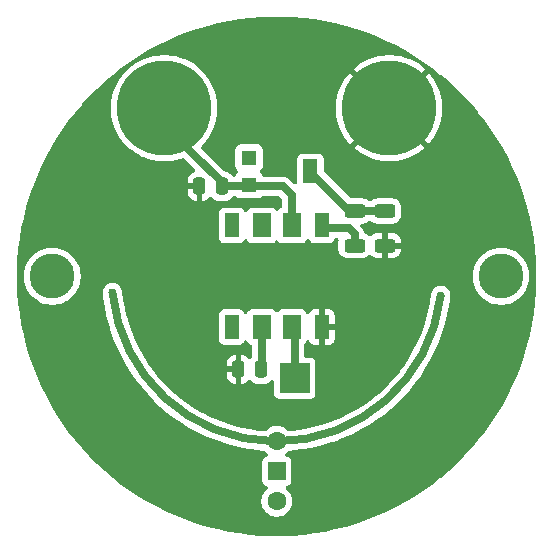
<source format=gbr>
%TF.GenerationSoftware,KiCad,Pcbnew,9.0.0*%
%TF.CreationDate,2025-07-13T02:11:52+05:30*%
%TF.ProjectId,REF03,52454630-332e-46b6-9963-61645f706362,rev?*%
%TF.SameCoordinates,Original*%
%TF.FileFunction,Copper,L1,Top*%
%TF.FilePolarity,Positive*%
%FSLAX46Y46*%
G04 Gerber Fmt 4.6, Leading zero omitted, Abs format (unit mm)*
G04 Created by KiCad (PCBNEW 9.0.0) date 2025-07-13 02:11:52*
%MOMM*%
%LPD*%
G01*
G04 APERTURE LIST*
G04 Aperture macros list*
%AMRoundRect*
0 Rectangle with rounded corners*
0 $1 Rounding radius*
0 $2 $3 $4 $5 $6 $7 $8 $9 X,Y pos of 4 corners*
0 Add a 4 corners polygon primitive as box body*
4,1,4,$2,$3,$4,$5,$6,$7,$8,$9,$2,$3,0*
0 Add four circle primitives for the rounded corners*
1,1,$1+$1,$2,$3*
1,1,$1+$1,$4,$5*
1,1,$1+$1,$6,$7*
1,1,$1+$1,$8,$9*
0 Add four rect primitives between the rounded corners*
20,1,$1+$1,$2,$3,$4,$5,0*
20,1,$1+$1,$4,$5,$6,$7,0*
20,1,$1+$1,$6,$7,$8,$9,0*
20,1,$1+$1,$8,$9,$2,$3,0*%
G04 Aperture macros list end*
%TA.AperFunction,Conductor*%
%ADD10C,0.635000*%
%TD*%
%TA.AperFunction,ComponentPad*%
%ADD11R,1.500000X1.500000*%
%TD*%
%TA.AperFunction,ComponentPad*%
%ADD12C,1.600000*%
%TD*%
%TA.AperFunction,SMDPad,CuDef*%
%ADD13RoundRect,0.250000X0.625000X-0.312500X0.625000X0.312500X-0.625000X0.312500X-0.625000X-0.312500X0*%
%TD*%
%TA.AperFunction,ComponentPad*%
%ADD14C,3.800000*%
%TD*%
%TA.AperFunction,SMDPad,CuDef*%
%ADD15RoundRect,0.250000X-0.250000X-0.475000X0.250000X-0.475000X0.250000X0.475000X-0.250000X0.475000X0*%
%TD*%
%TA.AperFunction,SMDPad,CuDef*%
%ADD16R,1.300000X1.300000*%
%TD*%
%TA.AperFunction,SMDPad,CuDef*%
%ADD17R,1.300000X2.000000*%
%TD*%
%TA.AperFunction,SMDPad,CuDef*%
%ADD18R,1.170000X2.000000*%
%TD*%
%TA.AperFunction,SMDPad,CuDef*%
%ADD19R,1.520000X2.000000*%
%TD*%
%TA.AperFunction,ComponentPad*%
%ADD20C,8.000000*%
%TD*%
%TA.AperFunction,SMDPad,CuDef*%
%ADD21R,2.500000X2.500000*%
%TD*%
%TA.AperFunction,ViaPad*%
%ADD22C,0.600000*%
%TD*%
%TA.AperFunction,Conductor*%
%ADD23C,0.254000*%
%TD*%
G04 APERTURE END LIST*
D10*
%TO.N,Net-(BT1-+)*%
X13883484Y-1633351D02*
G75*
G02*
X-13912532Y-1363973I-13883484J1633351D01*
G01*
%TD*%
D11*
%TO.P,SW1,1,A*%
%TO.N,+3V0*%
X0Y-16510000D03*
D12*
%TO.P,SW1,2,B*%
%TO.N,Net-(BT1-+)*%
X0Y-13970000D03*
%TO.P,SW1,3*%
%TO.N,N/C*%
X0Y-19050000D03*
%TD*%
D13*
%TO.P,R1,1*%
%TO.N,Net-(U2-TRIM)*%
X6604000Y2601500D03*
%TO.P,R1,2*%
%TO.N,Net-(R1-Pad2)*%
X6604000Y5526500D03*
%TD*%
D14*
%TO.P,H2,1*%
%TO.N,N/C*%
X19000000Y0D03*
%TD*%
D15*
%TO.P,C6,1*%
%TO.N,GND*%
X-6537999Y7620000D03*
%TO.P,C6,2*%
%TO.N,Net-(U2-VOUT)*%
X-4638001Y7620000D03*
%TD*%
D16*
%TO.P,R3,1*%
%TO.N,Net-(U2-VOUT)*%
X-2346000Y7740000D03*
D17*
%TO.P,R3,2*%
%TO.N,Net-(R1-Pad2)*%
X2854000Y8890000D03*
D16*
%TO.P,R3,3*%
%TO.N,N/C*%
X-2346000Y10040000D03*
%TD*%
D15*
%TO.P,C4,1*%
%TO.N,GND*%
X-3236000Y-7874000D03*
%TO.P,C4,2*%
%TO.N,/5p2 V*%
X-1336000Y-7874000D03*
%TD*%
D18*
%TO.P,U2,1,NC*%
%TO.N,unconnected-(U2-NC-Pad1)*%
X-3810000Y-4300000D03*
D19*
%TO.P,U2,2,VIN*%
%TO.N,/5p2 V*%
X-1270000Y-4300000D03*
%TO.P,U2,3,TEMP*%
%TO.N,Net-(U2-TEMP)*%
X1270000Y-4300000D03*
D18*
%TO.P,U2,4,GND*%
%TO.N,GND*%
X3810000Y-4300000D03*
%TO.P,U2,5,TRIM*%
%TO.N,Net-(U2-TRIM)*%
X3810000Y4300000D03*
D19*
%TO.P,U2,6,VOUT*%
%TO.N,Net-(U2-VOUT)*%
X1270000Y4300000D03*
%TO.P,U2,7,NC*%
%TO.N,unconnected-(U2-NC-Pad7)*%
X-1270000Y4300000D03*
D18*
%TO.P,U2,8,NC*%
%TO.N,unconnected-(U2-NC-Pad8)*%
X-3810000Y4300000D03*
%TD*%
D13*
%TO.P,R4,1*%
%TO.N,GND*%
X9144000Y2601500D03*
%TO.P,R4,2*%
%TO.N,Net-(R1-Pad2)*%
X9144000Y5526500D03*
%TD*%
D20*
%TO.P,TP4,1,1*%
%TO.N,GND*%
X9525000Y14224000D03*
%TD*%
%TO.P,TP1,1,1*%
%TO.N,Net-(U2-VOUT)*%
X-9525000Y14224000D03*
%TD*%
D14*
%TO.P,H1,1*%
%TO.N,N/C*%
X-19000000Y0D03*
%TD*%
D21*
%TO.P,TP2,1,1*%
%TO.N,Net-(U2-TEMP)*%
X1524000Y-8636000D03*
%TD*%
D22*
%TO.N,GND*%
X-1143000Y-127000D03*
X-5080000Y-16510000D03*
X1143000Y2286000D03*
X10922000Y-16256000D03*
X1143000Y-127000D03*
X9906000Y-16256000D03*
X-1143000Y2286000D03*
X0Y889000D03*
X-8128000Y-9652000D03*
%TO.N,Net-(BT1-+)*%
X-13912532Y-1363973D03*
X13883484Y-1633351D03*
%TO.N,/5p2 V*%
X-1270000Y-5842000D03*
X-1270000Y-6792000D03*
%TD*%
D10*
%TO.N,/5p2 V*%
X-1270000Y-7808000D02*
X-1270000Y-6792000D01*
X-1270000Y-5842000D02*
X-1270000Y-6792000D01*
D23*
X-1270000Y-4300000D02*
X-1270000Y-6792000D01*
D10*
X-1336000Y-7874000D02*
X-1270000Y-7808000D01*
X-1270000Y-5842000D02*
X-1270000Y-4300000D01*
%TO.N,Net-(U2-VOUT)*%
X-7500000Y10802000D02*
X-4318000Y7620000D01*
X508000Y7620000D02*
X1270000Y6858000D01*
X-4318000Y7620000D02*
X508000Y7620000D01*
X-7500000Y13462000D02*
X-7500000Y10802000D01*
X1270000Y6858000D02*
X1270000Y4300000D01*
%TO.N,Net-(U2-TRIM)*%
X4046000Y4064000D02*
X3810000Y4300000D01*
X6604000Y2601500D02*
X6604000Y3556000D01*
X6604000Y3556000D02*
X6096000Y4064000D01*
X6096000Y4064000D02*
X4046000Y4064000D01*
%TO.N,Net-(R1-Pad2)*%
X2854000Y8890000D02*
X2854000Y8830000D01*
X6604000Y5526500D02*
X9144000Y5526500D01*
X6157500Y5526500D02*
X7112000Y5526500D01*
X2854000Y8830000D02*
X6157500Y5526500D01*
%TO.N,Net-(U2-TEMP)*%
X1524000Y-4554000D02*
X1270000Y-4300000D01*
X1524000Y-8636000D02*
X1524000Y-4554000D01*
%TD*%
%TA.AperFunction,Conductor*%
%TO.N,GND*%
G36*
X457732Y21994674D02*
G01*
X1360139Y21957350D01*
X1366286Y21956968D01*
X2266347Y21882387D01*
X2272473Y21881752D01*
X3168707Y21770037D01*
X3174802Y21769149D01*
X4065649Y21620492D01*
X4071701Y21619353D01*
X4955639Y21434011D01*
X4961639Y21432623D01*
X5837166Y21210909D01*
X5843104Y21209274D01*
X6708724Y20951569D01*
X6714589Y20949690D01*
X7568815Y20656433D01*
X7574598Y20654313D01*
X8415977Y20326006D01*
X8421667Y20323649D01*
X9248764Y19960851D01*
X9254351Y19958261D01*
X10065723Y19561604D01*
X10071199Y19558786D01*
X10865527Y19128918D01*
X10870882Y19125875D01*
X11646743Y18663563D01*
X11651967Y18660302D01*
X12408060Y18166321D01*
X12413145Y18162846D01*
X13148186Y17638037D01*
X13153124Y17634356D01*
X13865840Y17079627D01*
X13870621Y17075744D01*
X14559826Y16492016D01*
X14564442Y16487940D01*
X15228913Y15876252D01*
X15233357Y15871988D01*
X15871988Y15233357D01*
X15876252Y15228913D01*
X16487940Y14564442D01*
X16492016Y14559826D01*
X17075744Y13870621D01*
X17079627Y13865840D01*
X17634356Y13153124D01*
X17638037Y13148186D01*
X18162846Y12413145D01*
X18166321Y12408060D01*
X18660302Y11651967D01*
X18663563Y11646743D01*
X19125875Y10870882D01*
X19128918Y10865527D01*
X19558786Y10071199D01*
X19561604Y10065723D01*
X19958261Y9254351D01*
X19960851Y9248764D01*
X20323649Y8421667D01*
X20326006Y8415977D01*
X20654313Y7574598D01*
X20656433Y7568815D01*
X20949690Y6714589D01*
X20951569Y6708724D01*
X21209274Y5843104D01*
X21210909Y5837166D01*
X21432623Y4961639D01*
X21434011Y4955639D01*
X21619353Y4071701D01*
X21620492Y4065649D01*
X21769149Y3174802D01*
X21770037Y3168707D01*
X21881752Y2272473D01*
X21882387Y2266347D01*
X21956968Y1366286D01*
X21957350Y1360139D01*
X21994674Y457731D01*
X21994801Y451574D01*
X21994801Y-451574D01*
X21994674Y-457731D01*
X21957350Y-1360139D01*
X21956968Y-1366286D01*
X21882387Y-2266347D01*
X21881752Y-2272473D01*
X21770037Y-3168707D01*
X21769149Y-3174802D01*
X21620492Y-4065649D01*
X21619353Y-4071701D01*
X21434011Y-4955639D01*
X21432623Y-4961639D01*
X21210909Y-5837166D01*
X21209274Y-5843104D01*
X20951569Y-6708724D01*
X20949690Y-6714589D01*
X20656433Y-7568815D01*
X20654313Y-7574598D01*
X20326006Y-8415977D01*
X20323649Y-8421667D01*
X19960851Y-9248764D01*
X19958261Y-9254351D01*
X19561604Y-10065723D01*
X19558786Y-10071199D01*
X19128918Y-10865527D01*
X19125875Y-10870882D01*
X18663563Y-11646743D01*
X18660302Y-11651967D01*
X18166321Y-12408060D01*
X18162846Y-12413145D01*
X17638037Y-13148186D01*
X17634356Y-13153124D01*
X17079627Y-13865840D01*
X17075744Y-13870621D01*
X16492016Y-14559826D01*
X16487940Y-14564442D01*
X15876252Y-15228913D01*
X15871988Y-15233357D01*
X15233357Y-15871988D01*
X15228913Y-15876252D01*
X14564442Y-16487940D01*
X14559826Y-16492016D01*
X13870621Y-17075744D01*
X13865840Y-17079627D01*
X13153124Y-17634356D01*
X13148186Y-17638037D01*
X12413145Y-18162846D01*
X12408060Y-18166321D01*
X11651967Y-18660302D01*
X11646743Y-18663563D01*
X10870882Y-19125875D01*
X10865527Y-19128918D01*
X10071199Y-19558786D01*
X10065723Y-19561604D01*
X9254351Y-19958261D01*
X9248764Y-19960851D01*
X8421667Y-20323649D01*
X8415977Y-20326006D01*
X7574598Y-20654313D01*
X7568815Y-20656433D01*
X6714589Y-20949690D01*
X6708724Y-20951569D01*
X5843104Y-21209274D01*
X5837166Y-21210909D01*
X4961639Y-21432623D01*
X4955639Y-21434011D01*
X4071701Y-21619353D01*
X4065649Y-21620492D01*
X3174802Y-21769149D01*
X3168707Y-21770037D01*
X2272473Y-21881752D01*
X2266347Y-21882387D01*
X1366286Y-21956968D01*
X1360139Y-21957350D01*
X457732Y-21994674D01*
X451575Y-21994801D01*
X-451575Y-21994801D01*
X-457732Y-21994674D01*
X-1360139Y-21957350D01*
X-1366286Y-21956968D01*
X-2266347Y-21882387D01*
X-2272473Y-21881752D01*
X-3168707Y-21770037D01*
X-3174802Y-21769149D01*
X-4065649Y-21620492D01*
X-4071701Y-21619353D01*
X-4955639Y-21434011D01*
X-4961639Y-21432623D01*
X-5837166Y-21210909D01*
X-5843104Y-21209274D01*
X-6708724Y-20951569D01*
X-6714589Y-20949690D01*
X-7568815Y-20656433D01*
X-7574598Y-20654313D01*
X-8415977Y-20326006D01*
X-8421667Y-20323649D01*
X-9248764Y-19960851D01*
X-9254351Y-19958261D01*
X-10065723Y-19561604D01*
X-10071199Y-19558786D01*
X-10865527Y-19128918D01*
X-10870882Y-19125875D01*
X-11646743Y-18663563D01*
X-11651967Y-18660302D01*
X-12408060Y-18166321D01*
X-12413145Y-18162846D01*
X-13148186Y-17638037D01*
X-13153124Y-17634356D01*
X-13865840Y-17079627D01*
X-13870621Y-17075744D01*
X-14559826Y-16492016D01*
X-14564442Y-16487940D01*
X-15228913Y-15876252D01*
X-15233357Y-15871988D01*
X-15871988Y-15233357D01*
X-15876252Y-15228913D01*
X-16487940Y-14564442D01*
X-16492016Y-14559826D01*
X-17075744Y-13870621D01*
X-17079627Y-13865840D01*
X-17634356Y-13153124D01*
X-17638037Y-13148186D01*
X-18162846Y-12413145D01*
X-18166321Y-12408060D01*
X-18660302Y-11651967D01*
X-18663563Y-11646743D01*
X-19125875Y-10870882D01*
X-19128918Y-10865527D01*
X-19558786Y-10071199D01*
X-19561604Y-10065723D01*
X-19958261Y-9254351D01*
X-19960851Y-9248764D01*
X-20323649Y-8421667D01*
X-20326006Y-8415977D01*
X-20654313Y-7574598D01*
X-20656433Y-7568815D01*
X-20949690Y-6714589D01*
X-20951569Y-6708724D01*
X-21209274Y-5843104D01*
X-21210909Y-5837166D01*
X-21432623Y-4961639D01*
X-21434011Y-4955639D01*
X-21619353Y-4071701D01*
X-21620492Y-4065649D01*
X-21769149Y-3174802D01*
X-21770037Y-3168707D01*
X-21881752Y-2272473D01*
X-21882387Y-2266347D01*
X-21956968Y-1366286D01*
X-21957350Y-1360139D01*
X-21994674Y-457731D01*
X-21994801Y-451574D01*
X-21994801Y134809D01*
X-21400500Y134809D01*
X-21400500Y-134809D01*
X-21370312Y-402732D01*
X-21310316Y-665591D01*
X-21221267Y-920079D01*
X-21104284Y-1162997D01*
X-20960838Y-1391289D01*
X-20792734Y-1602085D01*
X-20602085Y-1792734D01*
X-20391289Y-1960838D01*
X-20162997Y-2104284D01*
X-19920079Y-2221267D01*
X-19665591Y-2310316D01*
X-19402732Y-2370312D01*
X-19134809Y-2400500D01*
X-18865191Y-2400500D01*
X-18597268Y-2370312D01*
X-18448137Y-2336273D01*
X-18334417Y-2310318D01*
X-18334415Y-2310317D01*
X-18334409Y-2310316D01*
X-18079921Y-2221267D01*
X-17837003Y-2104284D01*
X-17760905Y-2056468D01*
X-17608713Y-1960840D01*
X-17548483Y-1912808D01*
X-17397915Y-1792734D01*
X-17207266Y-1602085D01*
X-17066476Y-1425540D01*
X-17039159Y-1391286D01*
X-17018383Y-1358221D01*
X-14735018Y-1358221D01*
X-14726629Y-1443786D01*
X-14726628Y-1443786D01*
X-14689582Y-1821954D01*
X-14576712Y-2573482D01*
X-14576711Y-2573485D01*
X-14576710Y-2573490D01*
X-14425426Y-3318195D01*
X-14425423Y-3318208D01*
X-14425419Y-3318226D01*
X-14236103Y-4054224D01*
X-14009261Y-4779535D01*
X-13745492Y-5492248D01*
X-13445492Y-6190484D01*
X-13110051Y-6872403D01*
X-12740053Y-7536206D01*
X-12336473Y-8180145D01*
X-11900376Y-8802522D01*
X-11432911Y-9401696D01*
X-10935310Y-9976089D01*
X-10408885Y-10524185D01*
X-9855022Y-11044541D01*
X-9855017Y-11044545D01*
X-9476562Y-11365175D01*
X-9275183Y-11535784D01*
X-8670896Y-11996621D01*
X-8043753Y-12425836D01*
X-7395407Y-12822297D01*
X-6727568Y-13184960D01*
X-6041996Y-13512869D01*
X-5340498Y-13805160D01*
X-4624923Y-14061061D01*
X-3897156Y-14279899D01*
X-3159118Y-14461097D01*
X-2412752Y-14604177D01*
X-2115845Y-14645429D01*
X-1660031Y-14708761D01*
X-1098738Y-14757553D01*
X-1026247Y-14783892D01*
X-996349Y-14813258D01*
X-995771Y-14812764D01*
X-991971Y-14817211D01*
X-991966Y-14817219D01*
X-847219Y-14961966D01*
X-796778Y-14998612D01*
X-748241Y-15058550D01*
X-736174Y-15134728D01*
X-763813Y-15206734D01*
X-823752Y-15255273D01*
X-850091Y-15264162D01*
X-857480Y-15265908D01*
X-992329Y-15316202D01*
X-992333Y-15316204D01*
X-1107544Y-15402452D01*
X-1107547Y-15402455D01*
X-1193795Y-15517666D01*
X-1193797Y-15517670D01*
X-1244091Y-15652517D01*
X-1250498Y-15712111D01*
X-1250500Y-15712127D01*
X-1250499Y-17307872D01*
X-1244091Y-17367483D01*
X-1193796Y-17502331D01*
X-1107546Y-17617546D01*
X-1049938Y-17660671D01*
X-992333Y-17703795D01*
X-992329Y-17703797D01*
X-962150Y-17715052D01*
X-857483Y-17754091D01*
X-857472Y-17754092D01*
X-850100Y-17755835D01*
X-782186Y-17792392D01*
X-741649Y-17858008D01*
X-739351Y-17935102D01*
X-775908Y-18003016D01*
X-796779Y-18021386D01*
X-847209Y-18058026D01*
X-847220Y-18058035D01*
X-991964Y-18202779D01*
X-991971Y-18202787D01*
X-1112285Y-18368387D01*
X-1112287Y-18368390D01*
X-1205220Y-18550781D01*
X-1268477Y-18745466D01*
X-1300500Y-18947648D01*
X-1300500Y-19152352D01*
X-1268477Y-19354534D01*
X-1205220Y-19549219D01*
X-1112287Y-19731610D01*
X-991966Y-19897219D01*
X-847219Y-20041966D01*
X-681610Y-20162287D01*
X-499219Y-20255220D01*
X-304534Y-20318477D01*
X-102352Y-20350500D01*
X-102347Y-20350500D01*
X102347Y-20350500D01*
X102352Y-20350500D01*
X304534Y-20318477D01*
X499219Y-20255220D01*
X681610Y-20162287D01*
X847219Y-20041966D01*
X991966Y-19897219D01*
X1112287Y-19731610D01*
X1205220Y-19549219D01*
X1268477Y-19354534D01*
X1300500Y-19152352D01*
X1300500Y-18947648D01*
X1268477Y-18745466D01*
X1205220Y-18550781D01*
X1112287Y-18368390D01*
X1112285Y-18368387D01*
X991971Y-18202787D01*
X991964Y-18202779D01*
X847220Y-18058035D01*
X847212Y-18058028D01*
X796779Y-18021387D01*
X748240Y-17961447D01*
X736174Y-17885269D01*
X763814Y-17813264D01*
X823754Y-17764725D01*
X850099Y-17755835D01*
X857471Y-17754092D01*
X857483Y-17754091D01*
X969613Y-17712269D01*
X992329Y-17703797D01*
X992333Y-17703795D01*
X1049938Y-17660671D01*
X1107546Y-17617546D01*
X1193796Y-17502331D01*
X1244091Y-17367483D01*
X1245823Y-17351370D01*
X1250499Y-17307885D01*
X1250499Y-17307882D01*
X1250500Y-17307873D01*
X1250499Y-15712128D01*
X1244091Y-15652517D01*
X1229588Y-15613633D01*
X1193797Y-15517670D01*
X1193795Y-15517666D01*
X1107547Y-15402455D01*
X1107544Y-15402452D01*
X992333Y-15316204D01*
X992329Y-15316202D01*
X857481Y-15265908D01*
X850092Y-15264162D01*
X782180Y-15227601D01*
X741646Y-15161983D01*
X739353Y-15084889D01*
X775914Y-15016977D01*
X796780Y-14998612D01*
X847212Y-14961971D01*
X847211Y-14961971D01*
X847219Y-14961966D01*
X991966Y-14817219D01*
X991971Y-14817211D01*
X995771Y-14812764D01*
X996701Y-14813558D01*
X1051585Y-14769098D01*
X1102188Y-14756543D01*
X1194322Y-14750330D01*
X1374626Y-14738173D01*
X1374634Y-14738171D01*
X1374649Y-14738171D01*
X2129260Y-14648194D01*
X2878259Y-14519607D01*
X3619670Y-14352747D01*
X3619675Y-14352745D01*
X3619682Y-14352744D01*
X3619688Y-14352742D01*
X3880113Y-14279905D01*
X4351541Y-14148054D01*
X5071941Y-13906069D01*
X5071976Y-13906055D01*
X5071985Y-13906052D01*
X5362493Y-13791562D01*
X5778973Y-13627429D01*
X6470771Y-13312868D01*
X7145514Y-12963217D01*
X7801421Y-12579395D01*
X8436765Y-12162415D01*
X9049870Y-11713377D01*
X9639121Y-11233463D01*
X10202964Y-10723939D01*
X10739913Y-10186148D01*
X11248553Y-9621508D01*
X11727542Y-9031506D01*
X12175620Y-8417698D01*
X12591603Y-7781701D01*
X12974382Y-7125218D01*
X12974383Y-7125218D01*
X12974387Y-7125209D01*
X12974397Y-7125193D01*
X13322991Y-6449904D01*
X13636467Y-5757613D01*
X13913999Y-5050146D01*
X14154855Y-4329368D01*
X14358400Y-3597177D01*
X14524099Y-2855505D01*
X14651513Y-2106306D01*
X14695881Y-1728927D01*
X14695883Y-1728927D01*
X14695882Y-1728916D01*
X14705927Y-1643541D01*
X14690073Y-1472323D01*
X14685753Y-1458446D01*
X14657067Y-1366286D01*
X14638968Y-1308142D01*
X14554844Y-1158175D01*
X14441378Y-1028975D01*
X14303530Y-926189D01*
X14303529Y-926188D01*
X14147324Y-854310D01*
X14147321Y-854309D01*
X13979588Y-816479D01*
X13893618Y-815413D01*
X13807649Y-814348D01*
X13807648Y-814348D01*
X13639028Y-848012D01*
X13600461Y-864613D01*
X13481087Y-916000D01*
X13481085Y-916000D01*
X13481083Y-916002D01*
X13340736Y-1015337D01*
X13224103Y-1141688D01*
X13136291Y-1289522D01*
X13136289Y-1289526D01*
X13081133Y-1452383D01*
X13081131Y-1452392D01*
X13071318Y-1535797D01*
X13070792Y-1539799D01*
X12969168Y-2239607D01*
X12967792Y-2247563D01*
X12828796Y-2938911D01*
X12826990Y-2946782D01*
X12650752Y-3629553D01*
X12648523Y-3637313D01*
X12435554Y-4309544D01*
X12432908Y-4317173D01*
X12183829Y-4976895D01*
X12180773Y-4984369D01*
X11896331Y-5629607D01*
X11892875Y-5636905D01*
X11573889Y-6265801D01*
X11570043Y-6272900D01*
X11217454Y-6883597D01*
X11213228Y-6890479D01*
X10828083Y-7481162D01*
X10823491Y-7487803D01*
X10406914Y-8056756D01*
X10401969Y-8063140D01*
X9955166Y-8608708D01*
X9949882Y-8614814D01*
X9474201Y-9135352D01*
X9468595Y-9141163D01*
X8965392Y-9635192D01*
X8959490Y-9640679D01*
X8626559Y-9933863D01*
X8430279Y-10106709D01*
X8424077Y-10111879D01*
X7870379Y-10548569D01*
X7863905Y-10553395D01*
X7287371Y-10959443D01*
X7280646Y-10963912D01*
X6682981Y-11338119D01*
X6676024Y-11342217D01*
X6058955Y-11683503D01*
X6051785Y-11687219D01*
X5417120Y-11994582D01*
X5409760Y-11997903D01*
X4759396Y-12270424D01*
X4751867Y-12273342D01*
X4087672Y-12510241D01*
X4079996Y-12512746D01*
X3403962Y-12713308D01*
X3396162Y-12715394D01*
X2710264Y-12879039D01*
X2702361Y-12880700D01*
X2008567Y-13006954D01*
X2000587Y-13008183D01*
X1301013Y-13096661D01*
X1292978Y-13097457D01*
X1056375Y-13114429D01*
X980637Y-13099848D01*
X940355Y-13071170D01*
X847220Y-12978035D01*
X847212Y-12978028D01*
X681612Y-12857714D01*
X499224Y-12764782D01*
X499220Y-12764780D01*
X499219Y-12764780D01*
X304534Y-12701523D01*
X102352Y-12669500D01*
X-102352Y-12669500D01*
X-304534Y-12701523D01*
X-499219Y-12764780D01*
X-499220Y-12764780D01*
X-499224Y-12764782D01*
X-681612Y-12857714D01*
X-847212Y-12978028D01*
X-847220Y-12978035D01*
X-940545Y-13071360D01*
X-1007340Y-13109924D01*
X-1059443Y-13114385D01*
X-1546583Y-13069937D01*
X-1554601Y-13068985D01*
X-2252326Y-12966966D01*
X-2260281Y-12965582D01*
X-2951473Y-12825911D01*
X-2959342Y-12824098D01*
X-3641966Y-12647184D01*
X-3649724Y-12644947D01*
X-4321741Y-12431321D01*
X-4329368Y-12428667D01*
X-4988835Y-12178945D01*
X-4996306Y-12175882D01*
X-5641273Y-11890803D01*
X-5648567Y-11887340D01*
X-6277157Y-11567735D01*
X-6284253Y-11563881D01*
X-6894582Y-11210704D01*
X-6901459Y-11206472D01*
X-7491774Y-10820744D01*
X-7498411Y-10816146D01*
X-8066956Y-10399009D01*
X-8073335Y-10394058D01*
X-8618464Y-9946721D01*
X-8624565Y-9941431D01*
X-9144647Y-9465232D01*
X-9150452Y-9459620D01*
X-9643977Y-8955942D01*
X-9649470Y-8950023D01*
X-10114978Y-8420355D01*
X-10120142Y-8414148D01*
X-10132086Y-8398973D01*
X-4235999Y-8398973D01*
X-4225505Y-8501696D01*
X-4170357Y-8668121D01*
X-4078319Y-8817340D01*
X-3954340Y-8941319D01*
X-3805121Y-9033357D01*
X-3638697Y-9088505D01*
X-3638688Y-9088507D01*
X-3535983Y-9098999D01*
X-3486000Y-9098999D01*
X-3486000Y-8124000D01*
X-4235999Y-8124000D01*
X-4235999Y-8398973D01*
X-10132086Y-8398973D01*
X-10324558Y-8154437D01*
X-10556273Y-7860042D01*
X-10561093Y-7853564D01*
X-10858147Y-7430907D01*
X-10858150Y-7430905D01*
X-10915701Y-7349020D01*
X-4236000Y-7349020D01*
X-4236000Y-7624000D01*
X-3486000Y-7624000D01*
X-3486000Y-6649000D01*
X-3535974Y-6649000D01*
X-3638696Y-6659494D01*
X-3805121Y-6714642D01*
X-3954340Y-6806680D01*
X-4078319Y-6930659D01*
X-4170357Y-7079878D01*
X-4225505Y-7246302D01*
X-4225507Y-7246311D01*
X-4235999Y-7349010D01*
X-4236000Y-7349020D01*
X-10915701Y-7349020D01*
X-10966583Y-7276623D01*
X-10971045Y-7269893D01*
X-11344668Y-6671857D01*
X-11348759Y-6664896D01*
X-11689443Y-6047486D01*
X-11693151Y-6040313D01*
X-11999885Y-5405360D01*
X-12003199Y-5397997D01*
X-12275084Y-4747367D01*
X-12277995Y-4739834D01*
X-12514241Y-4075408D01*
X-12516739Y-4067730D01*
X-12716642Y-3391489D01*
X-12718720Y-3383686D01*
X-12742739Y-3282572D01*
X-12749971Y-3252127D01*
X-4895500Y-3252127D01*
X-4895499Y-5347872D01*
X-4889091Y-5407483D01*
X-4868856Y-5461736D01*
X-4838797Y-5542329D01*
X-4838795Y-5542333D01*
X-4808169Y-5583243D01*
X-4752546Y-5657546D01*
X-4718274Y-5683202D01*
X-4637333Y-5743795D01*
X-4637329Y-5743797D01*
X-4582693Y-5764174D01*
X-4502483Y-5794091D01*
X-4486370Y-5795823D01*
X-4442885Y-5800499D01*
X-4442882Y-5800499D01*
X-4442873Y-5800500D01*
X-3177128Y-5800499D01*
X-3117517Y-5794091D01*
X-3070069Y-5776394D01*
X-2982670Y-5743797D01*
X-2982666Y-5743795D01*
X-2867455Y-5657547D01*
X-2867452Y-5657544D01*
X-2781204Y-5542333D01*
X-2781201Y-5542326D01*
X-2767104Y-5504531D01*
X-2722365Y-5441704D01*
X-2652206Y-5409665D01*
X-2575428Y-5416997D01*
X-2512601Y-5461736D01*
X-2487893Y-5504533D01*
X-2473796Y-5542330D01*
X-2473795Y-5542333D01*
X-2443169Y-5583243D01*
X-2387546Y-5657546D01*
X-2353274Y-5683202D01*
X-2272333Y-5743795D01*
X-2272329Y-5743797D01*
X-2184931Y-5776394D01*
X-2122104Y-5821132D01*
X-2090063Y-5891290D01*
X-2088000Y-5916000D01*
X-2088000Y-6777914D01*
X-2093077Y-6796861D01*
X-2093077Y-6816478D01*
X-2102884Y-6833465D01*
X-2107962Y-6852414D01*
X-2131641Y-6883273D01*
X-2180995Y-6932627D01*
X-2247790Y-6971191D01*
X-2324918Y-6971191D01*
X-2391713Y-6932627D01*
X-2517659Y-6806680D01*
X-2666878Y-6714642D01*
X-2833302Y-6659494D01*
X-2833311Y-6659492D01*
X-2936010Y-6649000D01*
X-2986000Y-6649000D01*
X-2986000Y-9098999D01*
X-2936026Y-9098999D01*
X-2833303Y-9088505D01*
X-2666878Y-9033357D01*
X-2517659Y-8941319D01*
X-2391713Y-8815373D01*
X-2324918Y-8776809D01*
X-2247790Y-8776809D01*
X-2180995Y-8815373D01*
X-2178712Y-8817655D01*
X-2178712Y-8817656D01*
X-2054656Y-8941712D01*
X-1905334Y-9033814D01*
X-1738797Y-9088999D01*
X-1636009Y-9099500D01*
X-1035992Y-9099499D01*
X-933203Y-9088999D01*
X-766666Y-9033814D01*
X-617344Y-8941712D01*
X-493288Y-8817656D01*
X-492378Y-8816505D01*
X-491434Y-8815802D01*
X-487151Y-8811519D01*
X-486523Y-8812146D01*
X-430512Y-8770447D01*
X-353906Y-8761492D01*
X-283085Y-8792040D01*
X-237027Y-8853906D01*
X-226499Y-8908916D01*
X-226499Y-9933872D01*
X-220091Y-9993483D01*
X-191105Y-10071199D01*
X-177861Y-10106709D01*
X-169796Y-10128331D01*
X-83546Y-10243546D01*
X-50679Y-10268149D01*
X31666Y-10329795D01*
X31670Y-10329797D01*
X166517Y-10380091D01*
X226114Y-10386499D01*
X226118Y-10386499D01*
X226127Y-10386500D01*
X2821872Y-10386499D01*
X2881483Y-10380091D01*
X2977447Y-10344298D01*
X3016329Y-10329797D01*
X3016333Y-10329795D01*
X3073938Y-10286671D01*
X3131546Y-10243546D01*
X3217796Y-10128331D01*
X3225861Y-10106709D01*
X3241147Y-10065723D01*
X3268091Y-9993483D01*
X3273394Y-9944163D01*
X3274499Y-9933885D01*
X3274499Y-9933882D01*
X3274500Y-9933873D01*
X3274499Y-7338128D01*
X3268091Y-7278517D01*
X3253588Y-7239633D01*
X3217797Y-7143670D01*
X3217795Y-7143666D01*
X3131547Y-7028455D01*
X3131544Y-7028452D01*
X3016333Y-6942204D01*
X3016329Y-6942202D01*
X2881482Y-6891908D01*
X2821885Y-6885500D01*
X2821873Y-6885500D01*
X2491000Y-6885500D01*
X2416500Y-6865538D01*
X2361962Y-6811000D01*
X2342000Y-6736500D01*
X2342000Y-5764810D01*
X2361962Y-5690310D01*
X2366336Y-5683202D01*
X2378888Y-5664026D01*
X2387546Y-5657546D01*
X2473796Y-5542331D01*
X2493981Y-5488210D01*
X2503102Y-5474278D01*
X2519859Y-5459299D01*
X2532896Y-5440992D01*
X2548124Y-5434036D01*
X2560608Y-5422879D01*
X2582610Y-5418286D01*
X2603053Y-5408950D01*
X2619718Y-5410540D01*
X2636108Y-5407120D01*
X2657457Y-5414143D01*
X2679832Y-5416279D01*
X2693470Y-5425990D01*
X2709374Y-5431222D01*
X2724352Y-5447979D01*
X2742660Y-5461016D01*
X2754805Y-5482051D01*
X2760773Y-5488728D01*
X2761969Y-5494458D01*
X2767371Y-5503814D01*
X2781647Y-5542088D01*
X2781650Y-5542094D01*
X2867809Y-5657187D01*
X2867812Y-5657190D01*
X2982905Y-5743349D01*
X2982915Y-5743354D01*
X3117623Y-5793598D01*
X3117621Y-5793598D01*
X3177157Y-5799998D01*
X3177177Y-5800000D01*
X3560000Y-5800000D01*
X4060000Y-5800000D01*
X4442823Y-5800000D01*
X4442842Y-5799998D01*
X4502377Y-5793598D01*
X4637084Y-5743354D01*
X4637094Y-5743349D01*
X4752187Y-5657190D01*
X4752190Y-5657187D01*
X4838349Y-5542094D01*
X4838354Y-5542084D01*
X4888598Y-5407377D01*
X4894998Y-5347842D01*
X4895000Y-5347822D01*
X4895000Y-4550000D01*
X4060000Y-4550000D01*
X4060000Y-5800000D01*
X3560000Y-5800000D01*
X3560000Y-4050000D01*
X4060000Y-4050000D01*
X4895000Y-4050000D01*
X4895000Y-3252177D01*
X4894998Y-3252157D01*
X4888598Y-3192622D01*
X4838354Y-3057915D01*
X4838349Y-3057905D01*
X4752190Y-2942812D01*
X4752187Y-2942809D01*
X4637094Y-2856650D01*
X4637084Y-2856645D01*
X4502376Y-2806401D01*
X4502378Y-2806401D01*
X4442842Y-2800001D01*
X4442823Y-2800000D01*
X4060000Y-2800000D01*
X4060000Y-4050000D01*
X3560000Y-4050000D01*
X3560000Y-2800000D01*
X3177177Y-2800000D01*
X3177157Y-2800001D01*
X3117622Y-2806401D01*
X2982915Y-2856645D01*
X2982905Y-2856650D01*
X2867812Y-2942809D01*
X2867809Y-2942812D01*
X2781650Y-3057905D01*
X2781644Y-3057915D01*
X2767370Y-3096186D01*
X2722631Y-3159012D01*
X2652472Y-3191050D01*
X2575693Y-3183717D01*
X2512867Y-3138978D01*
X2488160Y-3096183D01*
X2473796Y-3057669D01*
X2473795Y-3057667D01*
X2473795Y-3057666D01*
X2387547Y-2942455D01*
X2387544Y-2942452D01*
X2272333Y-2856204D01*
X2272329Y-2856202D01*
X2137482Y-2805908D01*
X2077876Y-2799500D01*
X462136Y-2799500D01*
X462111Y-2799502D01*
X402521Y-2805908D01*
X402515Y-2805909D01*
X267670Y-2856202D01*
X267666Y-2856204D01*
X152455Y-2942452D01*
X152452Y-2942455D01*
X119280Y-2986768D01*
X58653Y-3034445D01*
X-17690Y-3045421D01*
X-89293Y-3016755D01*
X-119280Y-2986768D01*
X-152452Y-2942455D01*
X-152455Y-2942452D01*
X-267666Y-2856204D01*
X-267670Y-2856202D01*
X-402517Y-2805908D01*
X-462123Y-2799500D01*
X-2077863Y-2799500D01*
X-2077888Y-2799502D01*
X-2137478Y-2805908D01*
X-2137484Y-2805909D01*
X-2272329Y-2856202D01*
X-2272333Y-2856204D01*
X-2387544Y-2942452D01*
X-2387547Y-2942455D01*
X-2473795Y-3057666D01*
X-2473796Y-3057668D01*
X-2487894Y-3095467D01*
X-2532633Y-3158294D01*
X-2602791Y-3190334D01*
X-2679570Y-3183003D01*
X-2742397Y-3138264D01*
X-2767106Y-3095467D01*
X-2781203Y-3057668D01*
X-2781204Y-3057666D01*
X-2867452Y-2942455D01*
X-2867455Y-2942452D01*
X-2982666Y-2856204D01*
X-2982670Y-2856202D01*
X-3117517Y-2805908D01*
X-3177123Y-2799500D01*
X-4442863Y-2799500D01*
X-4442888Y-2799502D01*
X-4502478Y-2805908D01*
X-4502484Y-2805909D01*
X-4637329Y-2856202D01*
X-4637333Y-2856204D01*
X-4752544Y-2942452D01*
X-4752547Y-2942455D01*
X-4838795Y-3057666D01*
X-4838797Y-3057670D01*
X-4881351Y-3171765D01*
X-4889091Y-3192517D01*
X-4895500Y-3252127D01*
X-12749971Y-3252127D01*
X-12881692Y-2697629D01*
X-12883345Y-2689724D01*
X-13008914Y-1995826D01*
X-13010136Y-1987845D01*
X-13098185Y-1286151D01*
X-13098633Y-1282139D01*
X-13106824Y-1198594D01*
X-13158813Y-1034693D01*
X-13158814Y-1034691D01*
X-13243745Y-885181D01*
X-13357906Y-756595D01*
X-13357910Y-756591D01*
X-13496303Y-654558D01*
X-13496310Y-654554D01*
X-13652898Y-583520D01*
X-13820841Y-546593D01*
X-13992778Y-545391D01*
X-13992787Y-545392D01*
X-14161219Y-579963D01*
X-14161224Y-579965D01*
X-14318793Y-648802D01*
X-14318797Y-648804D01*
X-14442660Y-737480D01*
X-14458608Y-748898D01*
X-14574556Y-875875D01*
X-14661571Y-1024183D01*
X-14707750Y-1162997D01*
X-14715849Y-1187344D01*
X-14727311Y-1289522D01*
X-14735018Y-1358221D01*
X-17018383Y-1358221D01*
X-16972825Y-1285715D01*
X-16895716Y-1162997D01*
X-16778735Y-920084D01*
X-16778732Y-920075D01*
X-16777306Y-916002D01*
X-16689684Y-665591D01*
X-16689683Y-665587D01*
X-16689681Y-665582D01*
X-16629687Y-402730D01*
X-16599500Y-134808D01*
X-16599500Y134808D01*
X16599500Y134808D01*
X16599500Y-134808D01*
X16629687Y-402730D01*
X16689681Y-665582D01*
X16689683Y-665587D01*
X16689684Y-665591D01*
X16777307Y-916002D01*
X16778732Y-920075D01*
X16778735Y-920084D01*
X16895716Y-1162997D01*
X17039159Y-1391286D01*
X17066476Y-1425540D01*
X17207266Y-1602085D01*
X17397915Y-1792734D01*
X17548483Y-1912808D01*
X17608713Y-1960840D01*
X17760905Y-2056468D01*
X17837003Y-2104284D01*
X18079921Y-2221267D01*
X18334409Y-2310316D01*
X18334415Y-2310317D01*
X18334417Y-2310318D01*
X18448137Y-2336273D01*
X18597268Y-2370312D01*
X18865191Y-2400500D01*
X19134809Y-2400500D01*
X19402732Y-2370312D01*
X19665591Y-2310316D01*
X19920079Y-2221267D01*
X20162997Y-2104284D01*
X20391289Y-1960838D01*
X20602085Y-1792734D01*
X20792734Y-1602085D01*
X20960838Y-1391289D01*
X21104284Y-1162997D01*
X21221267Y-920079D01*
X21310316Y-665591D01*
X21370312Y-402732D01*
X21400500Y-134809D01*
X21400500Y134809D01*
X21370312Y402732D01*
X21310316Y665591D01*
X21221267Y920079D01*
X21104284Y1162997D01*
X20960838Y1391289D01*
X20792734Y1602085D01*
X20602085Y1792734D01*
X20391289Y1960838D01*
X20162997Y2104284D01*
X19920079Y2221267D01*
X19665591Y2310316D01*
X19402732Y2370312D01*
X19134809Y2400500D01*
X18865191Y2400500D01*
X18597268Y2370312D01*
X18448137Y2336273D01*
X18334417Y2310318D01*
X18334415Y2310317D01*
X18334409Y2310316D01*
X18079921Y2221267D01*
X17837003Y2104284D01*
X17760905Y2056468D01*
X17608713Y1960840D01*
X17548483Y1912808D01*
X17397915Y1792734D01*
X17207266Y1602085D01*
X17156560Y1538501D01*
X17039159Y1391286D01*
X16895716Y1162997D01*
X16778735Y920084D01*
X16778732Y920075D01*
X16689683Y665587D01*
X16689681Y665582D01*
X16629687Y402730D01*
X16599500Y134808D01*
X-16599500Y134808D01*
X-16629687Y402730D01*
X-16689681Y665582D01*
X-16689683Y665587D01*
X-16778732Y920075D01*
X-16778735Y920084D01*
X-16895716Y1162997D01*
X-17039159Y1391286D01*
X-17156560Y1538501D01*
X-17207266Y1602085D01*
X-17397915Y1792734D01*
X-17548483Y1912808D01*
X-17608713Y1960840D01*
X-17760905Y2056468D01*
X-17837003Y2104284D01*
X-18079921Y2221267D01*
X-18334409Y2310316D01*
X-18334415Y2310317D01*
X-18334417Y2310318D01*
X-18448137Y2336273D01*
X-18597268Y2370312D01*
X-18865191Y2400500D01*
X-19134809Y2400500D01*
X-19402732Y2370312D01*
X-19665591Y2310316D01*
X-19920079Y2221267D01*
X-20162997Y2104284D01*
X-20391289Y1960838D01*
X-20602085Y1792734D01*
X-20792734Y1602085D01*
X-20960838Y1391289D01*
X-21104284Y1162997D01*
X-21221267Y920079D01*
X-21310316Y665591D01*
X-21370312Y402732D01*
X-21400500Y134809D01*
X-21994801Y134809D01*
X-21994801Y451574D01*
X-21994674Y457731D01*
X-21957350Y1360139D01*
X-21956968Y1366286D01*
X-21882387Y2266347D01*
X-21881752Y2272473D01*
X-21770037Y3168707D01*
X-21769149Y3174802D01*
X-21620492Y4065649D01*
X-21619353Y4071701D01*
X-21434011Y4955639D01*
X-21432623Y4961639D01*
X-21210909Y5837166D01*
X-21209274Y5843104D01*
X-20951569Y6708724D01*
X-20949690Y6714589D01*
X-20819086Y7095026D01*
X-7537998Y7095026D01*
X-7527504Y6992303D01*
X-7472356Y6825878D01*
X-7380318Y6676659D01*
X-7256339Y6552680D01*
X-7107120Y6460642D01*
X-6940696Y6405494D01*
X-6940687Y6405492D01*
X-6837988Y6395000D01*
X-6787999Y6395000D01*
X-6787999Y7370000D01*
X-7537998Y7370000D01*
X-7537998Y7095026D01*
X-20819086Y7095026D01*
X-20686890Y7480098D01*
X-20686890Y7480099D01*
X-20656433Y7568816D01*
X-20654313Y7574598D01*
X-20326006Y8415977D01*
X-20323649Y8421667D01*
X-19960851Y9248764D01*
X-19958261Y9254351D01*
X-19561604Y10065723D01*
X-19558786Y10071199D01*
X-19128918Y10865527D01*
X-19125875Y10870882D01*
X-18663563Y11646743D01*
X-18660302Y11651967D01*
X-18166321Y12408060D01*
X-18162846Y12413145D01*
X-17638037Y13148186D01*
X-17634356Y13153124D01*
X-17079627Y13865840D01*
X-17075744Y13870621D01*
X-16610023Y14420496D01*
X-14025500Y14420496D01*
X-14025500Y14027504D01*
X-13991249Y13636007D01*
X-13991246Y13635994D01*
X-13991246Y13635988D01*
X-13923027Y13249094D01*
X-13923007Y13248985D01*
X-13821293Y12869384D01*
X-13686881Y12500092D01*
X-13520796Y12143920D01*
X-13324300Y11803579D01*
X-13098889Y11481659D01*
X-13098884Y11481653D01*
X-12846279Y11180610D01*
X-12568389Y10902720D01*
X-12267817Y10650510D01*
X-12267341Y10650111D01*
X-11945421Y10424700D01*
X-11605080Y10228204D01*
X-11605073Y10228200D01*
X-11605070Y10228199D01*
X-11382472Y10124400D01*
X-11248908Y10062119D01*
X-11248902Y10062117D01*
X-11248898Y10062115D01*
X-10879625Y9927710D01*
X-10879620Y9927708D01*
X-10879616Y9927707D01*
X-10500015Y9825993D01*
X-10500011Y9825992D01*
X-10499994Y9825988D01*
X-10113011Y9757753D01*
X-10112979Y9757749D01*
X-9721496Y9723500D01*
X-9328503Y9723500D01*
X-8937020Y9757749D01*
X-8936988Y9757753D01*
X-8550005Y9825988D01*
X-8549985Y9825993D01*
X-8170377Y9927709D01*
X-8170375Y9927710D01*
X-7975229Y9998737D01*
X-7898394Y10005459D01*
X-7828492Y9972863D01*
X-7818909Y9964082D01*
X-6922705Y9067878D01*
X-6884142Y9001085D01*
X-6884142Y8923957D01*
X-6922706Y8857162D01*
X-6981198Y8821084D01*
X-7107119Y8779358D01*
X-7256339Y8687319D01*
X-7380318Y8563340D01*
X-7472356Y8414121D01*
X-7527504Y8247697D01*
X-7527506Y8247688D01*
X-7537998Y8144989D01*
X-7537999Y8144979D01*
X-7537999Y7870000D01*
X-6686999Y7870000D01*
X-6612499Y7850038D01*
X-6557961Y7795500D01*
X-6537999Y7721000D01*
X-6537999Y7620000D01*
X-6436999Y7620000D01*
X-6362499Y7600038D01*
X-6307961Y7545500D01*
X-6287999Y7471000D01*
X-6287999Y6395000D01*
X-6238024Y6395000D01*
X-6135302Y6405494D01*
X-5968877Y6460642D01*
X-5819658Y6552680D01*
X-5693713Y6678626D01*
X-5626918Y6717190D01*
X-5549790Y6717190D01*
X-5482995Y6678626D01*
X-5480714Y6676345D01*
X-5480713Y6676344D01*
X-5356657Y6552288D01*
X-5207335Y6460186D01*
X-5199093Y6457455D01*
X-5040799Y6405001D01*
X-5023666Y6403250D01*
X-4938010Y6394500D01*
X-4938005Y6394500D01*
X-4337997Y6394500D01*
X-4235203Y6405001D01*
X-4068667Y6460186D01*
X-3919344Y6552288D01*
X-3795288Y6676345D01*
X-3761441Y6731221D01*
X-3734911Y6756250D01*
X-3709124Y6782038D01*
X-3706965Y6782616D01*
X-3705340Y6784150D01*
X-3634624Y6802000D01*
X-3480192Y6802000D01*
X-3405692Y6782038D01*
X-3360913Y6742294D01*
X-3353548Y6732456D01*
X-3353544Y6732452D01*
X-3238333Y6646204D01*
X-3238329Y6646202D01*
X-3103482Y6595908D01*
X-3043886Y6589501D01*
X-3043878Y6589500D01*
X-3043873Y6589500D01*
X-3043867Y6589500D01*
X-1648136Y6589500D01*
X-1648111Y6589502D01*
X-1588521Y6595908D01*
X-1588515Y6595909D01*
X-1453670Y6646202D01*
X-1453666Y6646204D01*
X-1338455Y6732452D01*
X-1338451Y6732456D01*
X-1331087Y6742294D01*
X-1270460Y6789971D01*
X-1211808Y6802000D01*
X107455Y6802000D01*
X126403Y6796923D01*
X146019Y6796923D01*
X163006Y6787115D01*
X181955Y6782038D01*
X212814Y6758359D01*
X408359Y6562814D01*
X446923Y6496019D01*
X452000Y6457455D01*
X452000Y5916000D01*
X432038Y5841500D01*
X377500Y5786962D01*
X355069Y5776394D01*
X267670Y5743797D01*
X267666Y5743795D01*
X152455Y5657547D01*
X152454Y5657546D01*
X119281Y5613232D01*
X58654Y5565554D01*
X-17689Y5554578D01*
X-89292Y5583243D01*
X-119281Y5613232D01*
X-152454Y5657546D01*
X-152455Y5657547D01*
X-267666Y5743795D01*
X-267670Y5743797D01*
X-402517Y5794091D01*
X-462127Y5800500D01*
X-2077872Y5800499D01*
X-2137483Y5794091D01*
X-2233447Y5758298D01*
X-2272329Y5743797D01*
X-2272333Y5743795D01*
X-2329938Y5700671D01*
X-2387546Y5657546D01*
X-2387547Y5657544D01*
X-2473795Y5542333D01*
X-2473797Y5542329D01*
X-2487894Y5504533D01*
X-2532632Y5441706D01*
X-2602790Y5409665D01*
X-2679569Y5416996D01*
X-2742396Y5461734D01*
X-2767106Y5504533D01*
X-2781202Y5542329D01*
X-2781204Y5542333D01*
X-2867452Y5657544D01*
X-2867455Y5657547D01*
X-2982666Y5743795D01*
X-2982670Y5743797D01*
X-3117517Y5794091D01*
X-3177127Y5800500D01*
X-4442872Y5800499D01*
X-4502483Y5794091D01*
X-4598447Y5758298D01*
X-4637329Y5743797D01*
X-4637333Y5743795D01*
X-4694938Y5700671D01*
X-4752546Y5657546D01*
X-4752547Y5657544D01*
X-4838795Y5542333D01*
X-4838797Y5542329D01*
X-4859174Y5487693D01*
X-4889091Y5407483D01*
X-4895500Y5347873D01*
X-4895499Y3252128D01*
X-4889091Y3192517D01*
X-4885542Y3183002D01*
X-4838797Y3057670D01*
X-4838795Y3057666D01*
X-4752547Y2942455D01*
X-4752544Y2942452D01*
X-4637333Y2856204D01*
X-4637329Y2856202D01*
X-4502482Y2805908D01*
X-4442886Y2799501D01*
X-4442878Y2799500D01*
X-4442873Y2799500D01*
X-4442867Y2799500D01*
X-3177136Y2799500D01*
X-3177111Y2799502D01*
X-3117521Y2805908D01*
X-3117515Y2805909D01*
X-2982670Y2856202D01*
X-2982666Y2856204D01*
X-2867455Y2942452D01*
X-2867452Y2942455D01*
X-2781204Y3057666D01*
X-2781202Y3057671D01*
X-2767104Y3095469D01*
X-2722364Y3158295D01*
X-2652205Y3190334D01*
X-2575427Y3183002D01*
X-2512601Y3138262D01*
X-2487894Y3095467D01*
X-2473796Y3057669D01*
X-2473795Y3057668D01*
X-2473795Y3057666D01*
X-2387547Y2942455D01*
X-2387544Y2942452D01*
X-2272333Y2856204D01*
X-2272329Y2856202D01*
X-2137482Y2805908D01*
X-2077886Y2799501D01*
X-2077878Y2799500D01*
X-2077873Y2799500D01*
X-2077867Y2799500D01*
X-462136Y2799500D01*
X-462111Y2799502D01*
X-402521Y2805908D01*
X-402515Y2805909D01*
X-267670Y2856202D01*
X-267666Y2856204D01*
X-152455Y2942452D01*
X-152452Y2942455D01*
X-119280Y2986768D01*
X-58653Y3034445D01*
X17690Y3045421D01*
X89293Y3016755D01*
X119280Y2986768D01*
X152452Y2942455D01*
X152455Y2942452D01*
X267666Y2856204D01*
X267670Y2856202D01*
X402517Y2805908D01*
X462114Y2799501D01*
X462121Y2799500D01*
X462127Y2799500D01*
X462131Y2799500D01*
X462132Y2799500D01*
X2077863Y2799500D01*
X2077888Y2799502D01*
X2137478Y2805908D01*
X2137484Y2805909D01*
X2272329Y2856202D01*
X2272333Y2856204D01*
X2387544Y2942452D01*
X2387547Y2942455D01*
X2473795Y3057666D01*
X2473796Y3057668D01*
X2487894Y3095467D01*
X2532633Y3158294D01*
X2602791Y3190334D01*
X2679570Y3183003D01*
X2742397Y3138264D01*
X2767106Y3095467D01*
X2781203Y3057668D01*
X2781204Y3057666D01*
X2867452Y2942455D01*
X2867455Y2942452D01*
X2982666Y2856204D01*
X2982670Y2856202D01*
X3117517Y2805908D01*
X3177114Y2799501D01*
X3177121Y2799500D01*
X3177127Y2799500D01*
X3177131Y2799500D01*
X3177132Y2799500D01*
X4442863Y2799500D01*
X4442888Y2799502D01*
X4502478Y2805908D01*
X4502484Y2805909D01*
X4637329Y2856202D01*
X4637333Y2856204D01*
X4752544Y2942452D01*
X4752547Y2942455D01*
X4838795Y3057666D01*
X4838797Y3057670D01*
X4872886Y3149069D01*
X4880193Y3159330D01*
X4883454Y3171500D01*
X4902225Y3190271D01*
X4917624Y3211896D01*
X4929083Y3217129D01*
X4937992Y3226038D01*
X4963634Y3232908D01*
X4987782Y3243937D01*
X5012492Y3246000D01*
X5093090Y3246000D01*
X5167590Y3226038D01*
X5222128Y3171500D01*
X5242090Y3097000D01*
X5239751Y3074897D01*
X5239828Y3074890D01*
X5239001Y3066797D01*
X5228500Y2964009D01*
X5228500Y2964008D01*
X5228500Y2964004D01*
X5228500Y2238996D01*
X5239001Y2136202D01*
X5294186Y1969666D01*
X5386288Y1820343D01*
X5510343Y1696288D01*
X5659666Y1604186D01*
X5826201Y1549001D01*
X5860465Y1545500D01*
X5928991Y1538500D01*
X5928994Y1538500D01*
X5928995Y1538500D01*
X7279003Y1538500D01*
X7381797Y1549001D01*
X7383285Y1549494D01*
X7548334Y1604186D01*
X7697656Y1696288D01*
X7768994Y1767626D01*
X7835789Y1806190D01*
X7912917Y1806190D01*
X7979711Y1767627D01*
X8050658Y1696681D01*
X8050659Y1696680D01*
X8199878Y1604642D01*
X8366302Y1549494D01*
X8366311Y1549492D01*
X8469010Y1539000D01*
X8894000Y1539000D01*
X9394000Y1539000D01*
X9818973Y1539000D01*
X9921696Y1549494D01*
X10088121Y1604642D01*
X10237340Y1696680D01*
X10361319Y1820659D01*
X10453357Y1969878D01*
X10508505Y2136302D01*
X10508507Y2136311D01*
X10518999Y2239010D01*
X10519000Y2239020D01*
X10519000Y2351500D01*
X9394000Y2351500D01*
X9394000Y1539000D01*
X8894000Y1539000D01*
X8894000Y2851500D01*
X9394000Y2851500D01*
X10518999Y2851500D01*
X10518999Y2963973D01*
X10508505Y3066696D01*
X10453357Y3233121D01*
X10361319Y3382340D01*
X10237340Y3506319D01*
X10088121Y3598357D01*
X9921697Y3653505D01*
X9921688Y3653507D01*
X9818984Y3663999D01*
X9394000Y3663999D01*
X9394000Y2851500D01*
X8894000Y2851500D01*
X8894000Y3663999D01*
X8469026Y3663999D01*
X8366303Y3653505D01*
X8199878Y3598357D01*
X8050659Y3506319D01*
X7979713Y3435373D01*
X7912918Y3396809D01*
X7835790Y3396809D01*
X7768995Y3435373D01*
X7697656Y3506712D01*
X7548334Y3598814D01*
X7503468Y3613680D01*
X7478688Y3629978D01*
X7452086Y3643100D01*
X7448014Y3650152D01*
X7439030Y3656062D01*
X7409241Y3707233D01*
X7406105Y3716471D01*
X7390565Y3794602D01*
X7329827Y3941233D01*
X7329242Y3942959D01*
X7328902Y3943468D01*
X7328902Y3943469D01*
X7239382Y4077445D01*
X7107682Y4209143D01*
X7069120Y4275935D01*
X7069120Y4353063D01*
X7107683Y4419858D01*
X7174478Y4458423D01*
X7213041Y4463500D01*
X7279003Y4463500D01*
X7381797Y4474001D01*
X7548334Y4529186D01*
X7697656Y4621288D01*
X7741227Y4664859D01*
X7758214Y4674666D01*
X7772086Y4688538D01*
X7791034Y4693615D01*
X7808022Y4703423D01*
X7846586Y4708500D01*
X7901414Y4708500D01*
X7975914Y4688538D01*
X8006773Y4664859D01*
X8050343Y4621288D01*
X8199666Y4529186D01*
X8366201Y4474001D01*
X8400465Y4470500D01*
X8468991Y4463500D01*
X8468994Y4463500D01*
X8468995Y4463500D01*
X9819003Y4463500D01*
X9921797Y4474001D01*
X10088334Y4529186D01*
X10237656Y4621288D01*
X10361712Y4745344D01*
X10453814Y4894666D01*
X10508999Y5061203D01*
X10519500Y5163991D01*
X10519499Y5889008D01*
X10508999Y5991797D01*
X10453814Y6158334D01*
X10361712Y6307656D01*
X10237656Y6431712D01*
X10088334Y6523814D01*
X9921797Y6578999D01*
X9819009Y6589500D01*
X8468992Y6589499D01*
X8366203Y6578999D01*
X8199666Y6523814D01*
X8050344Y6431712D01*
X8050343Y6431711D01*
X8006773Y6388141D01*
X7989785Y6378333D01*
X7975914Y6364462D01*
X7956965Y6359384D01*
X7939978Y6349577D01*
X7901414Y6344500D01*
X7846586Y6344500D01*
X7772086Y6364462D01*
X7741227Y6388141D01*
X7723874Y6405494D01*
X7697656Y6431712D01*
X7548334Y6523814D01*
X7381797Y6578999D01*
X7279009Y6589500D01*
X6313042Y6589499D01*
X6238543Y6609461D01*
X6207688Y6633136D01*
X4048138Y8792687D01*
X4009576Y8859480D01*
X4004499Y8898044D01*
X4004499Y9937863D01*
X4004499Y9937872D01*
X3998091Y9997483D01*
X3947796Y10132331D01*
X3861546Y10247546D01*
X3803938Y10290671D01*
X3746333Y10333795D01*
X3746329Y10333797D01*
X3691693Y10354174D01*
X3611483Y10384091D01*
X3551873Y10390500D01*
X2156128Y10390499D01*
X2096517Y10384091D01*
X2057633Y10369588D01*
X1961670Y10333797D01*
X1961666Y10333795D01*
X1846455Y10247547D01*
X1846452Y10247544D01*
X1760204Y10132333D01*
X1760202Y10132329D01*
X1709908Y9997482D01*
X1703500Y9937885D01*
X1703500Y7941042D01*
X1683538Y7866542D01*
X1629000Y7812004D01*
X1554500Y7792042D01*
X1480000Y7812004D01*
X1449149Y7835676D01*
X1029445Y8255382D01*
X895468Y8344903D01*
X821035Y8375733D01*
X746602Y8406565D01*
X588566Y8438000D01*
X-1076270Y8438000D01*
X-1150770Y8457962D01*
X-1205308Y8512500D01*
X-1215876Y8534931D01*
X-1252202Y8632329D01*
X-1252204Y8632333D01*
X-1338452Y8747544D01*
X-1338453Y8747545D01*
X-1338456Y8747547D01*
X-1369410Y8770720D01*
X-1369411Y8770721D01*
X-1417087Y8831349D01*
X-1428062Y8907692D01*
X-1399395Y8979295D01*
X-1369411Y9009279D01*
X-1338453Y9032454D01*
X-1338452Y9032455D01*
X-1252204Y9147666D01*
X-1252202Y9147670D01*
X-1201908Y9282517D01*
X-1195500Y9342114D01*
X-1195500Y10737863D01*
X-1195502Y10737888D01*
X-1201908Y10797478D01*
X-1201909Y10797484D01*
X-1231001Y10875484D01*
X-1252202Y10932329D01*
X-1252204Y10932333D01*
X-1338452Y11047544D01*
X-1338455Y11047547D01*
X-1453666Y11133795D01*
X-1453670Y11133797D01*
X-1588517Y11184091D01*
X-1648127Y11190500D01*
X-3043872Y11190499D01*
X-3103483Y11184091D01*
X-3199447Y11148298D01*
X-3238329Y11133797D01*
X-3238333Y11133795D01*
X-3295938Y11090671D01*
X-3353546Y11047546D01*
X-3353547Y11047544D01*
X-3439795Y10932333D01*
X-3439797Y10932329D01*
X-3450840Y10902720D01*
X-3490091Y10797483D01*
X-3491823Y10781370D01*
X-3496498Y10737888D01*
X-3496500Y10737873D01*
X-3496499Y9342128D01*
X-3490091Y9282517D01*
X-3477502Y9248764D01*
X-3439797Y9147670D01*
X-3439795Y9147666D01*
X-3353547Y9032455D01*
X-3353544Y9032452D01*
X-3322590Y9009280D01*
X-3274913Y8948653D01*
X-3263937Y8872310D01*
X-3292603Y8800707D01*
X-3322590Y8770720D01*
X-3353546Y8747546D01*
X-3353547Y8747544D01*
X-3439795Y8632333D01*
X-3439797Y8632329D01*
X-3476124Y8534931D01*
X-3483431Y8524669D01*
X-3486692Y8512500D01*
X-3505463Y8493728D01*
X-3520862Y8472104D01*
X-3532321Y8466870D01*
X-3541230Y8457962D01*
X-3566872Y8451091D01*
X-3591020Y8440063D01*
X-3615730Y8438000D01*
X-3634624Y8438000D01*
X-3709124Y8457962D01*
X-3761441Y8508779D01*
X-3777572Y8534931D01*
X-3795289Y8563656D01*
X-3919345Y8687712D01*
X-4068667Y8779814D01*
X-4235204Y8834999D01*
X-4337992Y8845500D01*
X-4337999Y8845499D01*
X-4339478Y8845651D01*
X-4411564Y8873081D01*
X-4429695Y8888521D01*
X-6357393Y10816219D01*
X-6395957Y10883014D01*
X-6395957Y10960142D01*
X-6357393Y11026937D01*
X-6203720Y11180610D01*
X-5951115Y11481653D01*
X-5951107Y11481664D01*
X-5725698Y11803582D01*
X-5529199Y12143929D01*
X-5363122Y12500085D01*
X-5363115Y12500101D01*
X-5228710Y12869374D01*
X-5228707Y12869384D01*
X-5126993Y13248985D01*
X-5126988Y13249005D01*
X-5058753Y13635988D01*
X-5058749Y13636020D01*
X-5024500Y14027503D01*
X-5024500Y14420474D01*
X5025000Y14420474D01*
X5025000Y14027525D01*
X5059246Y13636086D01*
X5059250Y13636059D01*
X5127479Y13249110D01*
X5127483Y13249094D01*
X5229183Y12869537D01*
X5363581Y12500283D01*
X5363583Y12500278D01*
X5529644Y12144161D01*
X5726121Y11803851D01*
X5951510Y11481962D01*
X6169553Y11222107D01*
X7945079Y12997633D01*
X8018094Y12902479D01*
X8203479Y12717094D01*
X8298633Y12644079D01*
X6523107Y10868553D01*
X6782962Y10650510D01*
X7104851Y10425121D01*
X7445161Y10228644D01*
X7801278Y10062583D01*
X7801283Y10062581D01*
X8170537Y9928183D01*
X8550094Y9826483D01*
X8550110Y9826479D01*
X8937059Y9758250D01*
X8937086Y9758246D01*
X9328525Y9724000D01*
X9721474Y9724000D01*
X10112913Y9758246D01*
X10112940Y9758250D01*
X10499889Y9826479D01*
X10499905Y9826483D01*
X10879462Y9928183D01*
X11248716Y10062581D01*
X11248721Y10062583D01*
X11604838Y10228644D01*
X11945148Y10425121D01*
X12267043Y10650514D01*
X12526891Y10868552D01*
X12526891Y10868553D01*
X10751365Y12644079D01*
X10846521Y12717094D01*
X11031906Y12902479D01*
X11104919Y12997632D01*
X12880445Y11222107D01*
X12880446Y11222107D01*
X13098485Y11481956D01*
X13323878Y11803851D01*
X13520355Y12144161D01*
X13686416Y12500278D01*
X13686418Y12500283D01*
X13820816Y12869537D01*
X13922516Y13249094D01*
X13922520Y13249110D01*
X13990749Y13636059D01*
X13990753Y13636086D01*
X14024999Y14027525D01*
X14025000Y14027535D01*
X14025000Y14420465D01*
X14024999Y14420474D01*
X13990753Y14811913D01*
X13990749Y14811940D01*
X13922520Y15198889D01*
X13922516Y15198905D01*
X13820816Y15578462D01*
X13686418Y15947716D01*
X13686416Y15947721D01*
X13520355Y16303838D01*
X13323878Y16644148D01*
X13098494Y16966030D01*
X13098486Y16966041D01*
X12880445Y17225891D01*
X11104920Y15450366D01*
X11031906Y15545521D01*
X10846521Y15730906D01*
X10751366Y15803920D01*
X12526891Y17579445D01*
X12267041Y17797486D01*
X12267030Y17797494D01*
X11945148Y18022878D01*
X11604838Y18219355D01*
X11248721Y18385416D01*
X11248716Y18385418D01*
X10879462Y18519816D01*
X10499905Y18621516D01*
X10499889Y18621520D01*
X10112940Y18689749D01*
X10112913Y18689753D01*
X9721474Y18723999D01*
X9721465Y18724000D01*
X9328535Y18724000D01*
X9328525Y18723999D01*
X8937086Y18689753D01*
X8937059Y18689749D01*
X8550110Y18621520D01*
X8550094Y18621516D01*
X8170537Y18519816D01*
X7801283Y18385418D01*
X7801278Y18385416D01*
X7445161Y18219355D01*
X7104851Y18022878D01*
X6782956Y17797485D01*
X6523107Y17579446D01*
X6523107Y17579445D01*
X8298633Y15803920D01*
X8203479Y15730906D01*
X8018094Y15545521D01*
X7945078Y15450365D01*
X6169553Y17225891D01*
X6169552Y17225891D01*
X5951514Y16966043D01*
X5726121Y16644148D01*
X5529644Y16303838D01*
X5363583Y15947721D01*
X5363581Y15947716D01*
X5229183Y15578462D01*
X5127483Y15198905D01*
X5127479Y15198889D01*
X5059250Y14811940D01*
X5059246Y14811913D01*
X5025000Y14420474D01*
X-5024500Y14420474D01*
X-5024500Y14420496D01*
X-5058749Y14811979D01*
X-5058753Y14812011D01*
X-5126988Y15198994D01*
X-5126993Y15199014D01*
X-5135611Y15231179D01*
X-5228707Y15578616D01*
X-5337038Y15876252D01*
X-5363115Y15947898D01*
X-5363122Y15947914D01*
X-5529199Y16304070D01*
X-5529200Y16304073D01*
X-5529204Y16304080D01*
X-5725700Y16644421D01*
X-5951111Y16966341D01*
X-6203722Y17267391D01*
X-6481609Y17545278D01*
X-6522328Y17579445D01*
X-6782653Y17797884D01*
X-6782659Y17797889D01*
X-7104579Y18023300D01*
X-7444920Y18219796D01*
X-7801092Y18385881D01*
X-8170384Y18520293D01*
X-8549985Y18622007D01*
X-8549998Y18622009D01*
X-8550005Y18622011D01*
X-8936988Y18690246D01*
X-8936994Y18690246D01*
X-8937007Y18690249D01*
X-9328504Y18724500D01*
X-9721496Y18724500D01*
X-10112993Y18690249D01*
X-10113007Y18690246D01*
X-10113011Y18690246D01*
X-10499994Y18622011D01*
X-10499998Y18622009D01*
X-10500015Y18622007D01*
X-10879616Y18520293D01*
X-11248908Y18385881D01*
X-11605080Y18219796D01*
X-11945421Y18023300D01*
X-12267341Y17797889D01*
X-12568391Y17545278D01*
X-12846278Y17267391D01*
X-13098889Y16966341D01*
X-13324300Y16644421D01*
X-13520796Y16304080D01*
X-13686881Y15947908D01*
X-13821293Y15578616D01*
X-13923007Y15199015D01*
X-13923009Y15198998D01*
X-13923011Y15198994D01*
X-13938619Y15110475D01*
X-13991249Y14811993D01*
X-14025500Y14420496D01*
X-16610023Y14420496D01*
X-16525708Y14520046D01*
X-16492016Y14559826D01*
X-16487940Y14564442D01*
X-15876252Y15228913D01*
X-15871988Y15233357D01*
X-15233357Y15871988D01*
X-15228913Y15876252D01*
X-14564442Y16487940D01*
X-14559826Y16492016D01*
X-13870621Y17075744D01*
X-13865840Y17079627D01*
X-13153124Y17634356D01*
X-13148186Y17638037D01*
X-12413145Y18162846D01*
X-12408060Y18166321D01*
X-11651967Y18660302D01*
X-11646743Y18663563D01*
X-10870882Y19125875D01*
X-10865527Y19128918D01*
X-10071199Y19558786D01*
X-10065723Y19561604D01*
X-9254351Y19958261D01*
X-9248764Y19960851D01*
X-8421667Y20323649D01*
X-8415977Y20326006D01*
X-7574598Y20654313D01*
X-7568815Y20656433D01*
X-6714589Y20949690D01*
X-6708724Y20951569D01*
X-5843104Y21209274D01*
X-5837166Y21210909D01*
X-4961639Y21432623D01*
X-4955639Y21434011D01*
X-4071701Y21619353D01*
X-4065649Y21620492D01*
X-3174802Y21769149D01*
X-3168707Y21770037D01*
X-2272473Y21881752D01*
X-2266347Y21882387D01*
X-1366286Y21956968D01*
X-1360139Y21957350D01*
X-457732Y21994674D01*
X-451575Y21994801D01*
X451575Y21994801D01*
X457732Y21994674D01*
G37*
%TD.AperFunction*%
%TD*%
M02*

</source>
